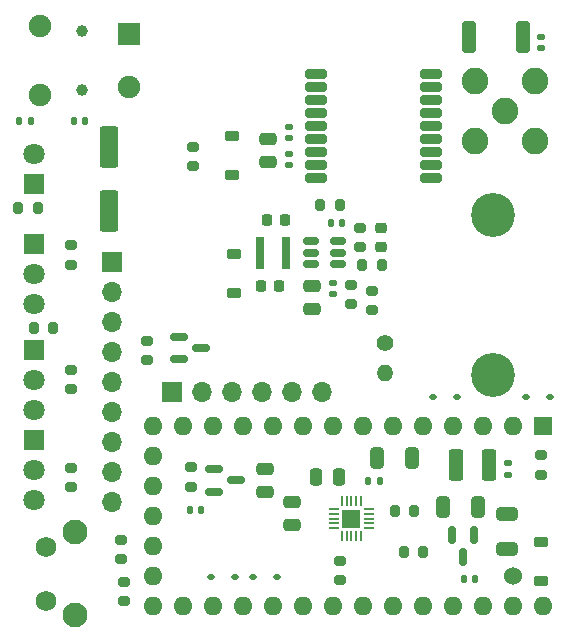
<source format=gts>
G04 #@! TF.GenerationSoftware,KiCad,Pcbnew,7.0.7*
G04 #@! TF.CreationDate,2023-12-02T18:06:35+01:00*
G04 #@! TF.ProjectId,TeensyRPR,5465656e-7379-4525-9052-2e6b69636164,rev?*
G04 #@! TF.SameCoordinates,Original*
G04 #@! TF.FileFunction,Soldermask,Top*
G04 #@! TF.FilePolarity,Negative*
%FSLAX46Y46*%
G04 Gerber Fmt 4.6, Leading zero omitted, Abs format (unit mm)*
G04 Created by KiCad (PCBNEW 7.0.7) date 2023-12-02 18:06:35*
%MOMM*%
%LPD*%
G01*
G04 APERTURE LIST*
G04 Aperture macros list*
%AMRoundRect*
0 Rectangle with rounded corners*
0 $1 Rounding radius*
0 $2 $3 $4 $5 $6 $7 $8 $9 X,Y pos of 4 corners*
0 Add a 4 corners polygon primitive as box body*
4,1,4,$2,$3,$4,$5,$6,$7,$8,$9,$2,$3,0*
0 Add four circle primitives for the rounded corners*
1,1,$1+$1,$2,$3*
1,1,$1+$1,$4,$5*
1,1,$1+$1,$6,$7*
1,1,$1+$1,$8,$9*
0 Add four rect primitives between the rounded corners*
20,1,$1+$1,$2,$3,$4,$5,0*
20,1,$1+$1,$4,$5,$6,$7,0*
20,1,$1+$1,$6,$7,$8,$9,0*
20,1,$1+$1,$8,$9,$2,$3,0*%
G04 Aperture macros list end*
%ADD10RoundRect,0.250000X0.650000X-0.325000X0.650000X0.325000X-0.650000X0.325000X-0.650000X-0.325000X0*%
%ADD11RoundRect,0.140000X-0.140000X-0.170000X0.140000X-0.170000X0.140000X0.170000X-0.140000X0.170000X0*%
%ADD12RoundRect,0.140000X-0.170000X0.140000X-0.170000X-0.140000X0.170000X-0.140000X0.170000X0.140000X0*%
%ADD13RoundRect,0.250000X-0.325000X-0.650000X0.325000X-0.650000X0.325000X0.650000X-0.325000X0.650000X0*%
%ADD14RoundRect,0.250000X0.250000X0.475000X-0.250000X0.475000X-0.250000X-0.475000X0.250000X-0.475000X0*%
%ADD15RoundRect,0.250000X0.475000X-0.250000X0.475000X0.250000X-0.475000X0.250000X-0.475000X-0.250000X0*%
%ADD16RoundRect,0.250000X-0.475000X0.250000X-0.475000X-0.250000X0.475000X-0.250000X0.475000X0.250000X0*%
%ADD17RoundRect,0.140000X0.170000X-0.140000X0.170000X0.140000X-0.170000X0.140000X-0.170000X-0.140000X0*%
%ADD18C,3.721100*%
%ADD19R,1.700000X1.700000*%
%ADD20O,1.700000X1.700000*%
%ADD21RoundRect,0.250000X-0.375000X-1.075000X0.375000X-1.075000X0.375000X1.075000X-0.375000X1.075000X0*%
%ADD22RoundRect,0.150000X-0.587500X-0.150000X0.587500X-0.150000X0.587500X0.150000X-0.587500X0.150000X0*%
%ADD23RoundRect,0.200000X-0.275000X0.200000X-0.275000X-0.200000X0.275000X-0.200000X0.275000X0.200000X0*%
%ADD24RoundRect,0.200000X-0.200000X-0.275000X0.200000X-0.275000X0.200000X0.275000X-0.200000X0.275000X0*%
%ADD25RoundRect,0.200000X0.200000X0.275000X-0.200000X0.275000X-0.200000X-0.275000X0.200000X-0.275000X0*%
%ADD26RoundRect,0.150000X-0.150000X0.587500X-0.150000X-0.587500X0.150000X-0.587500X0.150000X0.587500X0*%
%ADD27R,1.600000X1.600000*%
%ADD28O,1.600000X1.600000*%
%ADD29C,1.524000*%
%ADD30RoundRect,0.050000X-0.050000X0.375000X-0.050000X-0.375000X0.050000X-0.375000X0.050000X0.375000X0*%
%ADD31RoundRect,0.050000X-0.375000X0.050000X-0.375000X-0.050000X0.375000X-0.050000X0.375000X0.050000X0*%
%ADD32R,1.650000X1.650000*%
%ADD33C,2.250000*%
%ADD34RoundRect,0.225000X-0.375000X0.225000X-0.375000X-0.225000X0.375000X-0.225000X0.375000X0.225000X0*%
%ADD35RoundRect,0.250000X-0.550000X1.500000X-0.550000X-1.500000X0.550000X-1.500000X0.550000X1.500000X0*%
%ADD36R,1.800000X1.800000*%
%ADD37C,1.800000*%
%ADD38RoundRect,0.200000X0.275000X-0.200000X0.275000X0.200000X-0.275000X0.200000X-0.275000X-0.200000X0*%
%ADD39C,2.100000*%
%ADD40C,1.750000*%
%ADD41RoundRect,0.112500X0.187500X0.112500X-0.187500X0.112500X-0.187500X-0.112500X0.187500X-0.112500X0*%
%ADD42RoundRect,0.112500X-0.187500X-0.112500X0.187500X-0.112500X0.187500X0.112500X-0.187500X0.112500X0*%
%ADD43C,1.000000*%
%ADD44R,1.900000X1.900000*%
%ADD45C,1.900000*%
%ADD46RoundRect,0.225000X0.225000X0.250000X-0.225000X0.250000X-0.225000X-0.250000X0.225000X-0.250000X0*%
%ADD47RoundRect,0.225000X-0.225000X-0.250000X0.225000X-0.250000X0.225000X0.250000X-0.225000X0.250000X0*%
%ADD48RoundRect,0.225000X-0.250000X0.225000X-0.250000X-0.225000X0.250000X-0.225000X0.250000X0.225000X0*%
%ADD49R,0.800000X2.700000*%
%ADD50RoundRect,0.150000X-0.512500X-0.150000X0.512500X-0.150000X0.512500X0.150000X-0.512500X0.150000X0*%
%ADD51RoundRect,0.225000X0.375000X-0.225000X0.375000X0.225000X-0.375000X0.225000X-0.375000X-0.225000X0*%
%ADD52C,1.400000*%
%ADD53O,1.400000X1.400000*%
%ADD54RoundRect,0.250000X0.362500X1.075000X-0.362500X1.075000X-0.362500X-1.075000X0.362500X-1.075000X0*%
%ADD55RoundRect,0.147500X0.172500X-0.147500X0.172500X0.147500X-0.172500X0.147500X-0.172500X-0.147500X0*%
%ADD56RoundRect,0.200000X-0.700000X-0.200000X0.700000X-0.200000X0.700000X0.200000X-0.700000X0.200000X0*%
G04 APERTURE END LIST*
D10*
X177490000Y-136857000D03*
X177490000Y-133907000D03*
D11*
X173784000Y-139432000D03*
X174744000Y-139432000D03*
D12*
X177546000Y-129596000D03*
X177546000Y-130556000D03*
D13*
X166439000Y-129150000D03*
X169389000Y-129150000D03*
D11*
X165719500Y-131113500D03*
X166679500Y-131113500D03*
D13*
X172027000Y-133336000D03*
X174977000Y-133336000D03*
D14*
X163212500Y-130796000D03*
X161312500Y-130796000D03*
D15*
X159278000Y-134794000D03*
X159278000Y-132894000D03*
D16*
X156972000Y-130114000D03*
X156972000Y-132014000D03*
D11*
X150610000Y-133566000D03*
X151570000Y-133566000D03*
D15*
X157226000Y-104074000D03*
X157226000Y-102174000D03*
D17*
X159004000Y-104366000D03*
X159004000Y-103406000D03*
D18*
X176288380Y-108621800D03*
X176288380Y-122139680D03*
D19*
X144018000Y-112522000D03*
D20*
X144018000Y-115062000D03*
X144018000Y-117602000D03*
X144018000Y-120142000D03*
X144018000Y-122682000D03*
X144018000Y-125222000D03*
X144018000Y-127762000D03*
X144018000Y-130302000D03*
X144018000Y-132842000D03*
D21*
X173118000Y-129780000D03*
X175918000Y-129780000D03*
D22*
X152652500Y-130100000D03*
X152652500Y-132000000D03*
X154527500Y-131050000D03*
D23*
X150690000Y-129941000D03*
X150690000Y-131591000D03*
X163342000Y-137845000D03*
X163342000Y-139495000D03*
D24*
X168740000Y-137146000D03*
X170390000Y-137146000D03*
D25*
X169628000Y-133653500D03*
X167978000Y-133653500D03*
X139026400Y-118110000D03*
X137376400Y-118110000D03*
X137731000Y-107950000D03*
X136081000Y-107950000D03*
D26*
X174706000Y-135700500D03*
X172806000Y-135700500D03*
X173756000Y-137575500D03*
D27*
X180499499Y-126473501D03*
D28*
X177959499Y-126473501D03*
X175419499Y-126473501D03*
X172879499Y-126473501D03*
X170339499Y-126473501D03*
X167799499Y-126473501D03*
X165259499Y-126473501D03*
X162719499Y-126473501D03*
X160179499Y-126473501D03*
X157639499Y-126473501D03*
X155099499Y-126473501D03*
X152559499Y-126473501D03*
X150019499Y-126473501D03*
X147479499Y-126473501D03*
X147479499Y-141713501D03*
X150019499Y-141713501D03*
X152559499Y-141713501D03*
X155099499Y-141713501D03*
X157639499Y-141713501D03*
X160179499Y-141713501D03*
X162719499Y-141713501D03*
X165259499Y-141713501D03*
X167799499Y-141713501D03*
X170339499Y-141713501D03*
X172879499Y-141713501D03*
X175419499Y-141713501D03*
X177959499Y-141713501D03*
X180499499Y-141713501D03*
D29*
X177959499Y-139173501D03*
D28*
X147479499Y-129013501D03*
X147479499Y-131553501D03*
X147479499Y-134093501D03*
X147479499Y-136633501D03*
X147479499Y-139173501D03*
D23*
X140538200Y-111138200D03*
X140538200Y-112788200D03*
D30*
X165094500Y-132838500D03*
X164694500Y-132838500D03*
X164294500Y-132838500D03*
X163894500Y-132838500D03*
X163494500Y-132838500D03*
D31*
X162844500Y-133488500D03*
X162844500Y-133888500D03*
X162844500Y-134288500D03*
X162844500Y-134688500D03*
X162844500Y-135088500D03*
D30*
X163494500Y-135738500D03*
X163894500Y-135738500D03*
X164294500Y-135738500D03*
X164694500Y-135738500D03*
X165094500Y-135738500D03*
D31*
X165744500Y-135088500D03*
X165744500Y-134688500D03*
X165744500Y-134288500D03*
X165744500Y-133888500D03*
X165744500Y-133488500D03*
D32*
X164294500Y-134288500D03*
D33*
X177312000Y-99808000D03*
X179852000Y-97268000D03*
X174772000Y-97268000D03*
X179852000Y-102348000D03*
X174772000Y-102348000D03*
D17*
X159004000Y-102080000D03*
X159004000Y-101120000D03*
D23*
X150876000Y-102807000D03*
X150876000Y-104457000D03*
D34*
X154178000Y-101856000D03*
X154178000Y-105156000D03*
D35*
X143764000Y-102804000D03*
X143764000Y-108204000D03*
D36*
X137400000Y-111000000D03*
D37*
X137400000Y-113540000D03*
X137400000Y-116080000D03*
D36*
X137414000Y-120000000D03*
D37*
X137414000Y-122540000D03*
X137414000Y-125080000D03*
D36*
X137414000Y-105918000D03*
D37*
X137414000Y-103378000D03*
D38*
X140538200Y-123354600D03*
X140538200Y-121704600D03*
D39*
X140920000Y-142474000D03*
X140920000Y-135464000D03*
D40*
X138430000Y-141224000D03*
X138430000Y-136724000D03*
D11*
X136172000Y-100584000D03*
X137132000Y-100584000D03*
X140772000Y-100584000D03*
X141732000Y-100584000D03*
D41*
X154466000Y-139192000D03*
X152366000Y-139192000D03*
D42*
X155922000Y-139192000D03*
X158022000Y-139192000D03*
D38*
X145034000Y-141287000D03*
X145034000Y-139637000D03*
X144780000Y-137731000D03*
X144780000Y-136081000D03*
D43*
X141438000Y-93004000D03*
X141438000Y-98004000D03*
D44*
X145438000Y-93254000D03*
D45*
X145438000Y-97754000D03*
X137938000Y-92604000D03*
X137938000Y-98404000D03*
D16*
X160971500Y-114621500D03*
X160971500Y-116521500D03*
D12*
X162749500Y-114329500D03*
X162749500Y-115289500D03*
D11*
X162523500Y-109221500D03*
X163483500Y-109221500D03*
D46*
X158698500Y-108967500D03*
X157148500Y-108967500D03*
D47*
X156640500Y-114555500D03*
X158190500Y-114555500D03*
D48*
X166813500Y-109716500D03*
X166813500Y-111266500D03*
D49*
X158769500Y-111761500D03*
X156569500Y-111761500D03*
D23*
X166051500Y-115000500D03*
X166051500Y-116650500D03*
D38*
X164273500Y-116142500D03*
X164273500Y-114492500D03*
D25*
X163320500Y-107697500D03*
X161670500Y-107697500D03*
D38*
X165035500Y-111316500D03*
X165035500Y-109666500D03*
D25*
X166876500Y-112777500D03*
X165226500Y-112777500D03*
D50*
X160850000Y-110811500D03*
X160850000Y-111761500D03*
X160850000Y-112711500D03*
X163125000Y-112711500D03*
X163125000Y-111761500D03*
X163125000Y-110811500D03*
D51*
X154367500Y-115188000D03*
X154367500Y-111888000D03*
X180340000Y-139572000D03*
X180340000Y-136272000D03*
D52*
X167132000Y-119430000D03*
D53*
X167132000Y-121970000D03*
D23*
X180340000Y-128906000D03*
X180340000Y-130556000D03*
D42*
X171162000Y-123952000D03*
X173262000Y-123952000D03*
D41*
X181136000Y-123952000D03*
X179036000Y-123952000D03*
D22*
X149707600Y-118902400D03*
X149707600Y-120802400D03*
X151582600Y-119852400D03*
D36*
X137388600Y-127650400D03*
D37*
X137388600Y-130190400D03*
X137388600Y-132730400D03*
D54*
X178842500Y-93472000D03*
X174217500Y-93472000D03*
D55*
X180340000Y-94465000D03*
X180340000Y-93495000D03*
D19*
X149098000Y-123545600D03*
D20*
X151638000Y-123545600D03*
X154178000Y-123545600D03*
X156718000Y-123545600D03*
X159258000Y-123545600D03*
X161798000Y-123545600D03*
D23*
X147015200Y-119240800D03*
X147015200Y-120890800D03*
X140589000Y-129985000D03*
X140589000Y-131635000D03*
D56*
X161290000Y-96610000D03*
X161290000Y-97710000D03*
X161290000Y-98810000D03*
X161290000Y-99910000D03*
X161290000Y-101010000D03*
X161290000Y-102110000D03*
X161290000Y-103210000D03*
X161290000Y-104310000D03*
X161290000Y-105410000D03*
X170990000Y-105410000D03*
X170990000Y-104310000D03*
X170990000Y-103210000D03*
X170990000Y-102110000D03*
X170990000Y-101010000D03*
X170990000Y-99910000D03*
X170990000Y-98810000D03*
X170990000Y-97710000D03*
X170990000Y-96610000D03*
M02*

</source>
